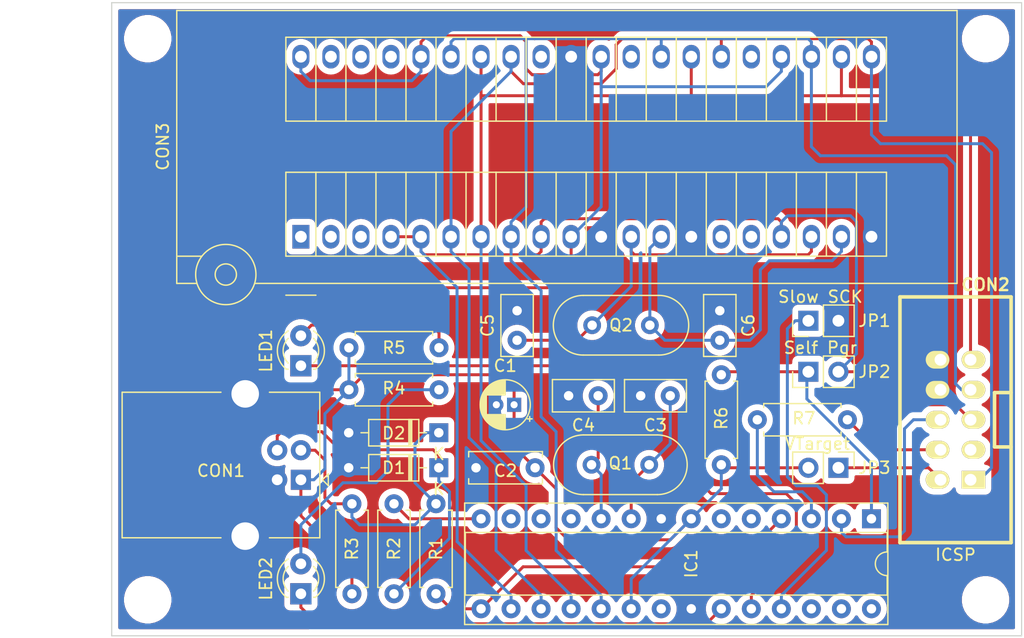
<source format=kicad_pcb>
(kicad_pcb (version 20171130) (host pcbnew 5.1.5)
  (title_block (title "USBasp - USB programmer for Atmel AVR controllers") (date 2020-04-01) (rev v01) (comment 2 creativecommons.org/licenses/by/4.0/) (comment 3 "License: CC BY 4.0") (comment 4 "Author: Bruno Alonso Leon Alata"))
  (layers (0 F.Cu signal) (31 B.Cu signal) (34 B.Paste user) (35 F.Paste user) (36 B.SilkS user) (37 F.SilkS user) (38 B.Mask user) (39 F.Mask user) (44 Edge.Cuts user))
  (net 0 "")
  (net 1 GND)
  (net 2 +5V)
  (net 3 "Net-(C3-Pad1)")
  (net 4 "Net-(C4-Pad1)")
  (net 5 OSC1)
  (net 6 OSC2)
  (net 7 "Net-(CON1-Pad3)")
  (net 8 "Net-(CON1-Pad2)")
  (net 9 MISO)
  (net 10 SCK)
  (net 11 "Net-(CON2-Pad6)")
  (net 12 RST)
  (net 13 "Net-(CON2-Pad4)")
  (net 14 "Net-(CON2-Pad3)")
  (net 15 "Net-(CON2-Pad2)")
  (net 16 MOSI)
  (net 17 "Net-(CON3-Pad39)")
  (net 18 "Net-(CON3-Pad38)")
  (net 19 "Net-(CON3-Pad37)")
  (net 20 "Net-(CON3-Pad16)")
  (net 21 "Net-(CON3-Pad15)")
  (net 22 "Net-(CON3-Pad32)")
  (net 23 "Net-(CON3-Pad29)")
  (net 24 "Net-(CON3-Pad25)")
  (net 25 "Net-(CON3-Pad3)")
  (net 26 "Net-(CON3-Pad2)")
  (net 27 "Net-(CON3-Pad1)")
  (net 28 "Net-(IC1-Pad28)")
  (net 29 "Net-(IC1-Pad14)")
  (net 30 "Net-(IC1-Pad27)")
  (net 31 "Net-(IC1-Pad13)")
  (net 32 "Net-(IC1-Pad26)")
  (net 33 "Net-(IC1-Pad12)")
  (net 34 "Net-(IC1-Pad25)")
  (net 35 "Net-(IC1-Pad11)")
  (net 36 "Net-(IC1-Pad24)")
  (net 37 "Net-(IC1-Pad23)")
  (net 38 "Net-(IC1-Pad21)")
  (net 39 "Net-(IC1-Pad6)")
  (net 40 "Net-(IC1-Pad5)")
  (net 41 "Net-(IC1-Pad15)")
  (net 42 "Net-(IC1-Pad3)")
  (net 43 "Net-(IC1-Pad1)")
  (net 44 "Net-(LED1-Pad2)")
  (net 45 "Net-(LED2-Pad2)")
  (module Connector_JTAG:vasch_strip_5x2 (layer F.Cu) (at 178.562 108.712 90)
    (fp_text reference CON2 (at 11.43 2.54 180) (layer F.SilkS) (effects (font (thickness 0.2032))))
    (fp_text value ICSP hide)
    (pad 6 thru_hole oval (at 0 -1.27 90) (size 1.5 2) (drill 1 (offset 0 -0.25)) (layers *.Cu *.Mask F.SilkS) (net 11 "Net-(CON2-Pad6)"))
    (pad 5 thru_hole oval (at 0 1.27 90) (size 1.5 2) (drill 1 (offset 0 0.25)) (layers *.Cu *.Mask F.SilkS) (net 12 RST))
    (pad 4 thru_hole oval (at -2.54 -1.27 90) (size 1.5 2) (drill 1 (offset 0 -0.25)) (layers *.Cu *.Mask F.SilkS) (net 13 "Net-(CON2-Pad4)"))
    (pad 3 thru_hole oval (at -2.54 1.27 90) (size 1.5 2) (drill 1 (offset 0 0.25)) (layers *.Cu *.Mask F.SilkS) (net 14 "Net-(CON2-Pad3)"))
    (pad 2 thru_hole oval (at -5.08 -1.27 90) (size 1.5 2) (drill 1 (offset 0 -0.25)) (layers *.Cu *.Mask F.SilkS) (net 15 "Net-(CON2-Pad2)"))
    (pad 1 thru_hole rect (at -5.08 1.27 90) (size 1.5 2) (drill 1 (offset 0 0.25)) (layers *.Cu *.Mask F.SilkS) (net 16 MOSI))
    (pad 7 thru_hole oval (at 2.54 1.27 90) (size 1.5 2) (drill 1 (offset 0 0.25)) (layers *.Cu *.Mask F.SilkS) (net 10 SCK))
    (pad 8 thru_hole oval (at 2.54 -1.27 90) (size 1.5 2) (drill 1 (offset 0 -0.25)) (layers *.Cu *.Mask F.SilkS) (net 1 GND))
    (pad 10 thru_hole oval (at 5.08 -1.27 90) (size 1.5 2) (drill 1 (offset 0 -0.25)) (layers *.Cu *.Mask F.SilkS) (net 1 GND))
    (pad 9 thru_hole oval (at 5.08 1.27 90) (size 1.5 2) (drill 1 (offset 0 0.25)) (layers *.Cu *.Mask F.SilkS) (net 9 MISO))
  )
  (module Package_DIP:DIP-28_W7.62mm_Socket (layer F.Cu) (at 171.45 117.094 270)
    (fp_text reference IC1 (at 3.81 15.24 90) (layer F.SilkS))
    (fp_text value ATmega8-16PU)
    (pad 28 thru_hole oval (at 7.62 0 270) (size 1.6 1.6) (drill 0.8) (layers *.Cu *.Mask) (net 28 "Net-(IC1-Pad28)"))
    (pad 14 thru_hole oval (at 0 33.02 270) (size 1.6 1.6) (drill 0.8) (layers *.Cu *.Mask) (net 29 "Net-(IC1-Pad14)"))
    (pad 27 thru_hole oval (at 7.62 2.54 270) (size 1.6 1.6) (drill 0.8) (layers *.Cu *.Mask) (net 30 "Net-(IC1-Pad27)"))
    (pad 13 thru_hole oval (at 0 30.48 270) (size 1.6 1.6) (drill 0.8) (layers *.Cu *.Mask) (net 31 "Net-(IC1-Pad13)"))
    (pad 26 thru_hole oval (at 7.62 5.08 270) (size 1.6 1.6) (drill 0.8) (layers *.Cu *.Mask) (net 32 "Net-(IC1-Pad26)"))
    (pad 12 thru_hole oval (at 0 27.94 270) (size 1.6 1.6) (drill 0.8) (layers *.Cu *.Mask) (net 33 "Net-(IC1-Pad12)"))
    (pad 25 thru_hole oval (at 7.62 7.62 270) (size 1.6 1.6) (drill 0.8) (layers *.Cu *.Mask) (net 34 "Net-(IC1-Pad25)"))
    (pad 11 thru_hole oval (at 0 25.4 270) (size 1.6 1.6) (drill 0.8) (layers *.Cu *.Mask) (net 35 "Net-(IC1-Pad11)"))
    (pad 24 thru_hole oval (at 7.62 10.16 270) (size 1.6 1.6) (drill 0.8) (layers *.Cu *.Mask) (net 36 "Net-(IC1-Pad24)"))
    (pad 10 thru_hole oval (at 0 22.86 270) (size 1.6 1.6) (drill 0.8) (layers *.Cu *.Mask) (net 4 "Net-(C4-Pad1)"))
    (pad 23 thru_hole oval (at 7.62 12.7 270) (size 1.6 1.6) (drill 0.8) (layers *.Cu *.Mask) (net 37 "Net-(IC1-Pad23)"))
    (pad 9 thru_hole oval (at 0 20.32 270) (size 1.6 1.6) (drill 0.8) (layers *.Cu *.Mask) (net 3 "Net-(C3-Pad1)"))
    (pad 22 thru_hole oval (at 7.62 15.24 270) (size 1.6 1.6) (drill 0.8) (layers *.Cu *.Mask) (net 1 GND))
    (pad 8 thru_hole oval (at 0 17.78 270) (size 1.6 1.6) (drill 0.8) (layers *.Cu *.Mask) (net 1 GND))
    (pad 21 thru_hole oval (at 7.62 17.78 270) (size 1.6 1.6) (drill 0.8) (layers *.Cu *.Mask) (net 38 "Net-(IC1-Pad21)"))
    (pad 7 thru_hole oval (at 0 15.24 270) (size 1.6 1.6) (drill 0.8) (layers *.Cu *.Mask) (net 2 +5V))
    (pad 20 thru_hole oval (at 7.62 20.32 270) (size 1.6 1.6) (drill 0.8) (layers *.Cu *.Mask) (net 2 +5V))
    (pad 6 thru_hole oval (at 0 12.7 270) (size 1.6 1.6) (drill 0.8) (layers *.Cu *.Mask) (net 39 "Net-(IC1-Pad6)"))
    (pad 19 thru_hole oval (at 7.62 22.86 270) (size 1.6 1.6) (drill 0.8) (layers *.Cu *.Mask) (net 10 SCK))
    (pad 5 thru_hole oval (at 0 10.16 270) (size 1.6 1.6) (drill 0.8) (layers *.Cu *.Mask) (net 40 "Net-(IC1-Pad5)"))
    (pad 18 thru_hole oval (at 7.62 25.4 270) (size 1.6 1.6) (drill 0.8) (layers *.Cu *.Mask) (net 9 MISO))
    (pad 4 thru_hole oval (at 0 7.62 270) (size 1.6 1.6) (drill 0.8) (layers *.Cu *.Mask) (net 41 "Net-(IC1-Pad15)"))
    (pad 17 thru_hole oval (at 7.62 27.94 270) (size 1.6 1.6) (drill 0.8) (layers *.Cu *.Mask) (net 16 MOSI))
    (pad 3 thru_hole oval (at 0 5.08 270) (size 1.6 1.6) (drill 0.8) (layers *.Cu *.Mask) (net 42 "Net-(IC1-Pad3)"))
    (pad 16 thru_hole oval (at 7.62 30.48 270) (size 1.6 1.6) (drill 0.8) (layers *.Cu *.Mask) (net 12 RST))
    (pad 2 thru_hole oval (at 0 2.54 270) (size 1.6 1.6) (drill 0.8) (layers *.Cu *.Mask) (net 11 "Net-(CON2-Pad6)"))
    (pad 15 thru_hole oval (at 7.62 33.02 270) (size 1.6 1.6) (drill 0.8) (layers *.Cu *.Mask) (net 41 "Net-(IC1-Pad15)"))
    (pad 1 thru_hole rect (at 0 0 270) (size 1.6 1.6) (drill 0.8) (layers *.Cu *.Mask) (net 43 "Net-(IC1-Pad1)"))
  )
  (module MountingHole:MountingHole_3mm (layer F.Cu) (at 181.102 123.952)
    (fp_text reference H4 hide)
    (fp_text value MountingHole hide)
    (pad 1 np_thru_hole circle (at 0 0) (size 3 3) (drill 3) (layers *.Cu *.Mask))
  )
  (module MountingHole:MountingHole_3mm (layer F.Cu) (at 110.236 123.952)
    (fp_text reference H3 hide)
    (fp_text value MountingHole hide)
    (pad 1 np_thru_hole circle (at 0 0) (size 3 3) (drill 3) (layers *.Cu *.Mask))
  )
  (module MountingHole:MountingHole_3mm (layer F.Cu) (at 181.102 76.454)
    (fp_text reference H2 hide)
    (fp_text value MountingHole hide)
    (pad 1 np_thru_hole circle (at 0 0) (size 3 3) (drill 3) (layers *.Cu *.Mask))
  )
  (module MountingHole:MountingHole_3mm (layer F.Cu) (at 110.236 76.454)
    (fp_text reference H1 hide)
    (fp_text value MountingHole hide)
    (pad 1 np_thru_hole circle (at 0 0) (size 3 3) (drill 3) (layers *.Cu *.Mask))
  )
  (module Resistor_THT:R_Axial_DIN0207_L6.3mm_D2.5mm_P7.62mm_Horizontal (layer F.Cu) (at 169.418 108.712 180)
    (fp_text reference R7 (at 3.683 0.127) (layer F.SilkS))
    (fp_text value 1K)
    (pad 2 thru_hole oval (at 7.62 0 180) (size 1.6 1.6) (drill 0.8) (layers *.Cu *.Mask) (net 42 "Net-(IC1-Pad3)"))
    (pad 1 thru_hole circle (at 0 0 180) (size 1.6 1.6) (drill 0.8) (layers *.Cu *.Mask) (net 13 "Net-(CON2-Pad4)"))
  )
  (module Resistor_THT:R_Axial_DIN0207_L6.3mm_D2.5mm_P7.62mm_Horizontal (layer F.Cu) (at 158.75 112.522 90)
    (fp_text reference R6 (at 3.937 0 90) (layer F.SilkS))
    (fp_text value 10K)
    (pad 2 thru_hole oval (at 7.62 0 90) (size 1.6 1.6) (drill 0.8) (layers *.Cu *.Mask) (net 43 "Net-(IC1-Pad1)"))
    (pad 1 thru_hole circle (at 0 0 90) (size 1.6 1.6) (drill 0.8) (layers *.Cu *.Mask) (net 2 +5V))
  )
  (module Resistor_THT:R_Axial_DIN0207_L6.3mm_D2.5mm_P7.62mm_Horizontal (layer F.Cu) (at 127.254 102.616)
    (fp_text reference R5 (at 3.81 0) (layer F.SilkS))
    (fp_text value 1K)
    (pad 2 thru_hole oval (at 7.62 0) (size 1.6 1.6) (drill 0.8) (layers *.Cu *.Mask) (net 44 "Net-(LED1-Pad2)"))
    (pad 1 thru_hole circle (at 0 0) (size 1.6 1.6) (drill 0.8) (layers *.Cu *.Mask) (net 2 +5V))
  )
  (module Resistor_THT:R_Axial_DIN0207_L6.3mm_D2.5mm_P7.62mm_Horizontal (layer F.Cu) (at 127.254 106.172)
    (fp_text reference R4 (at 3.81 -0.127) (layer F.SilkS))
    (fp_text value 1K)
    (pad 2 thru_hole oval (at 7.62 0) (size 1.6 1.6) (drill 0.8) (layers *.Cu *.Mask) (net 45 "Net-(LED2-Pad2)"))
    (pad 1 thru_hole circle (at 0 0) (size 1.6 1.6) (drill 0.8) (layers *.Cu *.Mask) (net 2 +5V))
  )
  (module Resistor_THT:R_Axial_DIN0207_L6.3mm_D2.5mm_P7.62mm_Horizontal (layer F.Cu) (at 127.508 123.444 90)
    (fp_text reference R3 (at 3.81 0 90) (layer F.SilkS))
    (fp_text value 2K2)
    (pad 2 thru_hole oval (at 7.62 0 90) (size 1.6 1.6) (drill 0.8) (layers *.Cu *.Mask) (net 8 "Net-(CON1-Pad2)"))
    (pad 1 thru_hole circle (at 0 0 90) (size 1.6 1.6) (drill 0.8) (layers *.Cu *.Mask) (net 2 +5V))
  )
  (module Resistor_THT:R_Axial_DIN0207_L6.3mm_D2.5mm_P7.62mm_Horizontal (layer F.Cu) (at 131.064 123.444 90)
    (fp_text reference R2 (at 3.81 0 90) (layer F.SilkS))
    (fp_text value 68)
    (pad 2 thru_hole oval (at 7.62 0 90) (size 1.6 1.6) (drill 0.8) (layers *.Cu *.Mask) (net 29 "Net-(IC1-Pad14)"))
    (pad 1 thru_hole circle (at 0 0 90) (size 1.6 1.6) (drill 0.8) (layers *.Cu *.Mask) (net 7 "Net-(CON1-Pad3)"))
  )
  (module Resistor_THT:R_Axial_DIN0207_L6.3mm_D2.5mm_P7.62mm_Horizontal (layer F.Cu) (at 134.62 115.824 270)
    (fp_text reference R1 (at 3.81 0 90) (layer F.SilkS))
    (fp_text value 68)
    (pad 2 thru_hole oval (at 7.62 0 270) (size 1.6 1.6) (drill 0.8) (layers *.Cu *.Mask) (net 41 "Net-(IC1-Pad15)"))
    (pad 1 thru_hole circle (at 0 0 270) (size 1.6 1.6) (drill 0.8) (layers *.Cu *.Mask) (net 8 "Net-(CON1-Pad2)"))
  )
  (module Crystal:Crystal_HC49-4H_Vertical (layer F.Cu) (at 147.828 100.711)
    (fp_text reference Q2 (at 2.44 0) (layer F.SilkS))
    (fp_text value 4MHz)
    (pad 2 thru_hole circle (at 4.88 0) (size 1.5 1.5) (drill 0.8) (layers *.Cu *.Mask) (net 6 OSC2))
    (pad 1 thru_hole circle (at 0 0) (size 1.5 1.5) (drill 0.8) (layers *.Cu *.Mask) (net 5 OSC1))
  )
  (module Crystal:Crystal_HC49-U_Vertical (layer F.Cu) (at 152.654 112.522 180)
    (fp_text reference Q1 (at 2.44 0.127) (layer F.SilkS))
    (fp_text value 12MHz)
    (pad 2 thru_hole circle (at 4.88 0 180) (size 1.5 1.5) (drill 0.8) (layers *.Cu *.Mask) (net 4 "Net-(C4-Pad1)"))
    (pad 1 thru_hole circle (at 0 0 180) (size 1.5 1.5) (drill 0.8) (layers *.Cu *.Mask) (net 3 "Net-(C3-Pad1)"))
  )
  (module LED_THT:LED_D3.0mm (layer F.Cu) (at 123.19 123.444 90)
    (fp_text reference LED2 (at 1.27 -2.96 90) (layer F.SilkS))
    (fp_text value red)
    (pad 2 thru_hole circle (at 2.54 0 90) (size 1.8 1.8) (drill 0.9) (layers *.Cu *.Mask) (net 45 "Net-(LED2-Pad2)"))
    (pad 1 thru_hole rect (at 0 0 90) (size 1.8 1.8) (drill 0.9) (layers *.Cu *.Mask) (net 37 "Net-(IC1-Pad23)"))
  )
  (module LED_THT:LED_D3.0mm (layer F.Cu) (at 123.19 104.14 90)
    (fp_text reference LED1 (at 1.27 -2.96 90) (layer F.SilkS))
    (fp_text value green)
    (pad 2 thru_hole circle (at 2.54 0 90) (size 1.8 1.8) (drill 0.9) (layers *.Cu *.Mask) (net 44 "Net-(LED1-Pad2)"))
    (pad 1 thru_hole rect (at 0 0 90) (size 1.8 1.8) (drill 0.9) (layers *.Cu *.Mask) (net 36 "Net-(IC1-Pad24)"))
  )
  (module Connector_PinHeader_2.54mm:PinHeader_1x02_P2.54mm_Vertical (layer F.Cu) (at 168.656 112.776 270)
    (fp_text reference JP3 (at 0 -3.048 180) (layer F.SilkS))
    (fp_text value VTarget)
    (pad 2 thru_hole oval (at 0 2.54 270) (size 1.7 1.7) (drill 1) (layers *.Cu *.Mask) (net 2 +5V))
    (pad 1 thru_hole rect (at 0 0 270) (size 1.7 1.7) (drill 1) (layers *.Cu *.Mask) (net 15 "Net-(CON2-Pad2)"))
  )
  (module Connector_PinHeader_2.54mm:PinHeader_1x02_P2.54mm_Vertical (layer F.Cu) (at 166.116 104.648 90)
    (fp_text reference JP2 (at 0 5.588 180) (layer F.SilkS))
    (fp_text value "Self programming")
    (pad 2 thru_hole oval (at 0 2.54 90) (size 1.7 1.7) (drill 1) (layers *.Cu *.Mask) (net 12 RST))
    (pad 1 thru_hole rect (at 0 0 90) (size 1.7 1.7) (drill 1) (layers *.Cu *.Mask) (net 43 "Net-(IC1-Pad1)"))
  )
  (module Connector_PinHeader_2.54mm:PinHeader_1x02_P2.54mm_Vertical (layer F.Cu) (at 166.116 100.33 90)
    (fp_text reference JP1 (at 0 5.588 180) (layer F.SilkS))
    (fp_text value "Slow SCK")
    (pad 2 thru_hole oval (at 0 2.54 90) (size 1.7 1.7) (drill 1) (layers *.Cu *.Mask) (net 1 GND))
    (pad 1 thru_hole rect (at 0 0 90) (size 1.7 1.7) (drill 1) (layers *.Cu *.Mask) (net 34 "Net-(IC1-Pad25)"))
  )
  (module Diode_THT:D_DO-35_SOD27_P7.62mm_Horizontal (layer F.Cu) (at 134.855 109.81 180)
    (fp_text reference D2 (at 3.81 -0.045) (layer F.SilkS))
    (fp_text value 3V6)
    (fp_text user K (at 0 -1.8) (layer F.SilkS))
    (pad 2 thru_hole oval (at 7.62 0 180) (size 1.6 1.6) (drill 0.8) (layers *.Cu *.Mask) (net 1 GND))
    (pad 1 thru_hole rect (at 0 0 180) (size 1.6 1.6) (drill 0.8) (layers *.Cu *.Mask) (net 8 "Net-(CON1-Pad2)"))
  )
  (module Diode_THT:D_DO-35_SOD27_P7.62mm_Horizontal (layer F.Cu) (at 134.855 112.776 180)
    (fp_text reference D1 (at 3.81 0) (layer F.SilkS))
    (fp_text value 3V6)
    (fp_text user K (at 0 -1.8) (layer F.SilkS))
    (pad 2 thru_hole oval (at 7.62 0 180) (size 1.6 1.6) (drill 0.8) (layers *.Cu *.Mask) (net 1 GND))
    (pad 1 thru_hole rect (at 0 0 180) (size 1.6 1.6) (drill 0.8) (layers *.Cu *.Mask) (net 7 "Net-(CON1-Pad3)"))
  )
  (module Socket:3M_Textool_240-1288-00-0602J_2x20_P2.54mm (layer F.Cu) (at 123.19 93.218 90)
    (fp_text reference CON3 (at 7.62 -11.68 90) (layer F.SilkS))
    (fp_text value "ZIF Socket")
    (pad 40 thru_hole oval (at 15.24 0 90) (size 2 1.44) (drill 1) (layers *.Cu *.Mask) (net 2 +5V))
    (pad 20 thru_hole oval (at 0 48.26 90) (size 2 1.44) (drill 1) (layers *.Cu *.Mask) (net 1 GND))
    (pad 39 thru_hole oval (at 15.24 2.54 90) (size 2 1.44) (drill 1) (layers *.Cu *.Mask) (net 17 "Net-(CON3-Pad39)"))
    (pad 19 thru_hole oval (at 0 45.72 90) (size 2 1.44) (drill 1) (layers *.Cu *.Mask) (net 6 OSC2))
    (pad 38 thru_hole oval (at 15.24 5.08 90) (size 2 1.44) (drill 1) (layers *.Cu *.Mask) (net 18 "Net-(CON3-Pad38)"))
    (pad 18 thru_hole oval (at 0 43.18 90) (size 2 1.44) (drill 1) (layers *.Cu *.Mask) (net 5 OSC1))
    (pad 37 thru_hole oval (at 15.24 7.62 90) (size 2 1.44) (drill 1) (layers *.Cu *.Mask) (net 19 "Net-(CON3-Pad37)"))
    (pad 17 thru_hole oval (at 0 40.64 90) (size 2 1.44) (drill 1) (layers *.Cu *.Mask) (net 12 RST))
    (pad 36 thru_hole oval (at 15.24 10.16 90) (size 2 1.44) (drill 1) (layers *.Cu *.Mask) (net 2 +5V))
    (pad 16 thru_hole oval (at 0 38.1 90) (size 2 1.44) (drill 1) (layers *.Cu *.Mask) (net 20 "Net-(CON3-Pad16)"))
    (pad 35 thru_hole oval (at 15.24 12.7 90) (size 2 1.44) (drill 1) (layers *.Cu *.Mask) (net 10 SCK))
    (pad 15 thru_hole oval (at 0 35.56 90) (size 2 1.44) (drill 1) (layers *.Cu *.Mask) (net 21 "Net-(CON3-Pad15)"))
    (pad 34 thru_hole oval (at 15.24 15.24 90) (size 2 1.44) (drill 1) (layers *.Cu *.Mask) (net 9 MISO))
    (pad 14 thru_hole oval (at 0 33.02 90) (size 2 1.44) (drill 1) (layers *.Cu *.Mask) (net 1 GND))
    (pad 33 thru_hole oval (at 15.24 17.78 90) (size 2 1.44) (drill 1) (layers *.Cu *.Mask) (net 16 MOSI))
    (pad 13 thru_hole oval (at 0 30.48 90) (size 2 1.44) (drill 1) (layers *.Cu *.Mask) (net 6 OSC2))
    (pad 32 thru_hole oval (at 15.24 20.32 90) (size 2 1.44) (drill 1) (layers *.Cu *.Mask) (net 22 "Net-(CON3-Pad32)"))
    (pad 12 thru_hole oval (at 0 27.94 90) (size 2 1.44) (drill 1) (layers *.Cu *.Mask) (net 5 OSC1))
    (pad 31 thru_hole oval (at 15.24 22.86 90) (size 2 1.44) (drill 1) (layers *.Cu *.Mask) (net 1 GND))
    (pad 11 thru_hole oval (at 0 25.4 90) (size 2 1.44) (drill 1) (layers *.Cu *.Mask) (net 1 GND))
    (pad 30 thru_hole oval (at 15.24 25.4 90) (size 2 1.44) (drill 1) (layers *.Cu *.Mask) (net 2 +5V))
    (pad 10 thru_hole oval (at 0 22.86 90) (size 2 1.44) (drill 1) (layers *.Cu *.Mask) (net 2 +5V))
    (pad 29 thru_hole oval (at 15.24 27.94 90) (size 2 1.44) (drill 1) (layers *.Cu *.Mask) (net 23 "Net-(CON3-Pad29)"))
    (pad 9 thru_hole oval (at 0 20.32 90) (size 2 1.44) (drill 1) (layers *.Cu *.Mask) (net 12 RST))
    (pad 28 thru_hole oval (at 15.24 30.48 90) (size 2 1.44) (drill 1) (layers *.Cu *.Mask) (net 10 SCK))
    (pad 8 thru_hole oval (at 0 17.78 90) (size 2 1.44) (drill 1) (layers *.Cu *.Mask) (net 10 SCK))
    (pad 27 thru_hole oval (at 15.24 33.02 90) (size 2 1.44) (drill 1) (layers *.Cu *.Mask) (net 9 MISO))
    (pad 7 thru_hole oval (at 0 15.24 90) (size 2 1.44) (drill 1) (layers *.Cu *.Mask) (net 9 MISO))
    (pad 26 thru_hole oval (at 15.24 35.56 90) (size 2 1.44) (drill 1) (layers *.Cu *.Mask) (net 16 MOSI))
    (pad 6 thru_hole oval (at 0 12.7 90) (size 2 1.44) (drill 1) (layers *.Cu *.Mask) (net 16 MOSI))
    (pad 25 thru_hole oval (at 15.24 38.1 90) (size 2 1.44) (drill 1) (layers *.Cu *.Mask) (net 24 "Net-(CON3-Pad25)"))
    (pad 5 thru_hole oval (at 0 10.16 90) (size 2 1.44) (drill 1) (layers *.Cu *.Mask) (net 12 RST))
    (pad 24 thru_hole oval (at 15.24 40.64 90) (size 2 1.44) (drill 1) (layers *.Cu *.Mask) (net 2 +5V))
    (pad 4 thru_hole oval (at 0 7.62 90) (size 2 1.44) (drill 1) (layers *.Cu *.Mask) (net 12 RST))
    (pad 23 thru_hole oval (at 15.24 43.18 90) (size 2 1.44) (drill 1) (layers *.Cu *.Mask) (net 10 SCK))
    (pad 3 thru_hole oval (at 0 5.08 90) (size 2 1.44) (drill 1) (layers *.Cu *.Mask) (net 25 "Net-(CON3-Pad3)"))
    (pad 22 thru_hole oval (at 15.24 45.72 90) (size 2 1.44) (drill 1) (layers *.Cu *.Mask) (net 9 MISO))
    (pad 2 thru_hole oval (at 0 2.54 90) (size 2 1.44) (drill 1) (layers *.Cu *.Mask) (net 26 "Net-(CON3-Pad2)"))
    (pad 21 thru_hole oval (at 15.24 48.26 90) (size 2 1.44) (drill 1) (layers *.Cu *.Mask) (net 16 MOSI))
    (pad 1 thru_hole rect (at 0 0 90) (size 2 1.44) (drill 1) (layers *.Cu *.Mask) (net 27 "Net-(CON3-Pad1)"))
  )
  (module Connector_USB:USB_B_OST_USB-B1HSxx_Horizontal (layer F.Cu) (at 123.19 113.792 180)
    (fp_text reference CON1 (at 6.76 0.762) (layer F.SilkS))
    (fp_text value USB-B)
    (pad 5 thru_hole circle (at 4.71 7.27 180) (size 3.5 3.5) (drill 2.33) (layers *.Cu *.Mask) (net 1 GND))
    (pad 5 thru_hole circle (at 4.71 -4.77 180) (size 3.5 3.5) (drill 2.33) (layers *.Cu *.Mask) (net 1 GND))
    (pad 4 thru_hole circle (at 2 0 180) (size 1.7 1.7) (drill 0.92) (layers *.Cu *.Mask) (net 1 GND))
    (pad 3 thru_hole circle (at 2 2.5 180) (size 1.7 1.7) (drill 0.92) (layers *.Cu *.Mask) (net 7 "Net-(CON1-Pad3)"))
    (pad 2 thru_hole circle (at 0 2.5 180) (size 1.7 1.7) (drill 0.92) (layers *.Cu *.Mask) (net 8 "Net-(CON1-Pad2)"))
    (pad 1 thru_hole rect (at 0 0 180) (size 1.7 1.7) (drill 0.92) (layers *.Cu *.Mask) (net 2 +5V))
  )
  (module Capacitor_THT:C_Disc_D5.0mm_W2.5mm_P2.50mm (layer F.Cu) (at 158.623 101.981 90)
    (fp_text reference C6 (at 1.25 2.413 90) (layer F.SilkS))
    (fp_text value 22p)
    (pad 2 thru_hole circle (at 2.5 0 90) (size 1.6 1.6) (drill 0.8) (layers *.Cu *.Mask) (net 1 GND))
    (pad 1 thru_hole circle (at 0 0 90) (size 1.6 1.6) (drill 0.8) (layers *.Cu *.Mask) (net 6 OSC2))
  )
  (module Capacitor_THT:C_Disc_D5.0mm_W2.5mm_P2.50mm (layer F.Cu) (at 141.478 101.981 90)
    (fp_text reference C5 (at 1.25 -2.5 90) (layer F.SilkS))
    (fp_text value 22p)
    (pad 2 thru_hole circle (at 2.5 0 90) (size 1.6 1.6) (drill 0.8) (layers *.Cu *.Mask) (net 1 GND))
    (pad 1 thru_hole circle (at 0 0 90) (size 1.6 1.6) (drill 0.8) (layers *.Cu *.Mask) (net 5 OSC1))
  )
  (module Capacitor_THT:C_Disc_D5.0mm_W2.5mm_P2.50mm (layer F.Cu) (at 148.336 106.68 180)
    (fp_text reference C4 (at 1.25 -2.5) (layer F.SilkS))
    (fp_text value 22p)
    (pad 2 thru_hole circle (at 2.5 0 180) (size 1.6 1.6) (drill 0.8) (layers *.Cu *.Mask) (net 1 GND))
    (pad 1 thru_hole circle (at 0 0 180) (size 1.6 1.6) (drill 0.8) (layers *.Cu *.Mask) (net 4 "Net-(C4-Pad1)"))
  )
  (module Capacitor_THT:C_Disc_D5.0mm_W2.5mm_P2.50mm (layer F.Cu) (at 154.432 106.68 180)
    (fp_text reference C3 (at 1.25 -2.5) (layer F.SilkS))
    (fp_text value 22p)
    (pad 2 thru_hole circle (at 2.5 0 180) (size 1.6 1.6) (drill 0.8) (layers *.Cu *.Mask) (net 1 GND))
    (pad 1 thru_hole circle (at 0 0 180) (size 1.6 1.6) (drill 0.8) (layers *.Cu *.Mask) (net 3 "Net-(C3-Pad1)"))
  )
  (module Capacitor_THT:C_Disc_D6.0mm_W2.5mm_P5.00mm (layer F.Cu) (at 143.002 112.776 180)
    (fp_text reference C2 (at 2.5 -0.254) (layer F.SilkS))
    (fp_text value 100n)
    (pad 2 thru_hole circle (at 5 0 180) (size 1.6 1.6) (drill 0.8) (layers *.Cu *.Mask) (net 1 GND))
    (pad 1 thru_hole circle (at 0 0 180) (size 1.6 1.6) (drill 0.8) (layers *.Cu *.Mask) (net 2 +5V))
  )
  (module Capacitor_THT:CP_Radial_D4.0mm_P1.50mm (layer F.Cu) (at 141.224 107.442 180)
    (fp_text reference C1 (at 0.75 3.302) (layer F.SilkS))
    (fp_text value 4.7u)
    (pad 2 thru_hole circle (at 1.5 0 180) (size 1.2 1.2) (drill 0.6) (layers *.Cu *.Mask) (net 1 GND))
    (pad 1 thru_hole rect (at 0 0 180) (size 1.2 1.2) (drill 0.6) (layers *.Cu *.Mask) (net 2 +5V))
  )
  (gr_text ICSP (at 178.562 120.142) (layer F.SilkS) (effects (font (size 1 1))))
  (gr_text VTarget (at 166.878 110.744) (layer F.SilkS) (effects (font (size 1 1))))
  (gr_text "Self Pgr" (at 167.132 102.616) (layer F.SilkS) (effects (font (size 1 1))))
  (gr_text "Slow SCK" (at 167.132 98.298) (layer F.SilkS) (effects (font (size 1 1))))
  (gr_line (start 184.15 73.406) (end 184.15 127) (layer Edge.Cuts) (width 0.1))
  (gr_line (start 107.188 73.406) (end 184.15 73.406) (layer Edge.Cuts) (width 0.1))
  (gr_line (start 107.188 127) (end 107.188 73.406) (layer Edge.Cuts) (width 0.1))
  (gr_line (start 184.15 127) (end 107.188 127) (layer Edge.Cuts) (width 0.1))
  (segment (start 121.19 113.9673) (end 121.19 113.792) (width 0.25) (layer B.Cu) (net 1))
  (segment (start 158.623 99.481) (end 158.9493 99.1547) (width 0.25) (layer F.Cu) (net 1))
  (segment (start 141.478 99.481) (end 141.5841 99.481) (width 0.25) (layer F.Cu) (net 1))
  (segment (start 139.724 107.442) (end 139.724 107.275) (width 0.25) (layer F.Cu) (net 1))
  (segment (start 133.35 77.978) (end 133.8727 77.978) (width 0.25) (layer F.Cu) (net 2))
  (segment (start 143.38 112.776) (end 143.002 112.776) (width 0.25) (layer B.Cu) (net 2))
  (segment (start 141.224 107.442) (end 141.224 107.6969) (width 0.25) (layer B.Cu) (net 2))
  (segment (start 165.862 112.522) (end 166.116 112.776) (width 0.254) (layer B.Cu) (net 2))
  (segment (start 159.004 112.776) (end 158.75 112.522) (width 0.25) (layer F.Cu) (net 2))
  (segment (start 166.116 112.776) (end 159.004 112.776) (width 0.25) (layer F.Cu) (net 2))
  (segment (start 127.254 102.616) (end 127.254 106.172) (width 0.25) (layer B.Cu) (net 2))
  (segment (start 127.508 123.444) (end 127.508 121.158) (width 0.25) (layer F.Cu) (net 2))
  (segment (start 123.19 116.84) (end 123.19 113.792) (width 0.25) (layer F.Cu) (net 2))
  (segment (start 127.508 121.158) (end 123.19 116.84) (width 0.25) (layer F.Cu) (net 2))
  (segment (start 124.29 113.792) (end 125.222 112.86) (width 0.25) (layer B.Cu) (net 2))
  (segment (start 123.19 113.792) (end 124.29 113.792) (width 0.25) (layer B.Cu) (net 2))
  (segment (start 125.222 108.204) (end 127.254 106.172) (width 0.25) (layer B.Cu) (net 2))
  (segment (start 125.222 112.86) (end 125.222 108.204) (width 0.25) (layer B.Cu) (net 2))
  (segment (start 127.254 106.172) (end 128.524 104.902) (width 0.25) (layer F.Cu) (net 2))
  (segment (start 128.524 104.902) (end 140.462 104.902) (width 0.25) (layer F.Cu) (net 2))
  (segment (start 141.224 105.664) (end 141.224 107.442) (width 0.25) (layer F.Cu) (net 2))
  (segment (start 140.462 104.902) (end 141.224 105.664) (width 0.25) (layer F.Cu) (net 2))
  (segment (start 156.21 117.094) (end 151.13 122.174) (width 0.25) (layer B.Cu) (net 2))
  (segment (start 151.13 122.174) (end 151.13 124.714) (width 0.25) (layer B.Cu) (net 2))
  (segment (start 158.75 114.554) (end 156.21 117.094) (width 0.25) (layer B.Cu) (net 2))
  (segment (start 158.75 112.522) (end 158.75 114.554) (width 0.25) (layer B.Cu) (net 2))
  (segment (start 123.19 79.228) (end 123.972 80.01) (width 0.25) (layer B.Cu) (net 2))
  (segment (start 123.19 77.978) (end 123.19 79.228) (width 0.25) (layer B.Cu) (net 2))
  (segment (start 133.35 79.228) (end 133.35 77.978) (width 0.25) (layer B.Cu) (net 2))
  (segment (start 132.568 80.01) (end 133.35 79.228) (width 0.25) (layer B.Cu) (net 2))
  (segment (start 123.972 80.01) (end 132.568 80.01) (width 0.25) (layer B.Cu) (net 2))
  (segment (start 148.59 90.678) (end 146.05 93.218) (width 0.25) (layer B.Cu) (net 2))
  (segment (start 162.54 80.518) (end 148.59 80.518) (width 0.25) (layer B.Cu) (net 2))
  (segment (start 163.83 77.978) (end 163.83 79.228) (width 0.25) (layer B.Cu) (net 2))
  (segment (start 148.59 77.978) (end 148.59 80.518) (width 0.25) (layer B.Cu) (net 2))
  (segment (start 163.83 79.228) (end 162.54 80.518) (width 0.25) (layer B.Cu) (net 2))
  (segment (start 148.59 80.518) (end 148.59 90.678) (width 0.25) (layer B.Cu) (net 2))
  (segment (start 148.59 79.228) (end 148.316 79.502) (width 0.25) (layer F.Cu) (net 2))
  (segment (start 148.59 77.978) (end 148.59 79.228) (width 0.25) (layer F.Cu) (net 2))
  (segment (start 148.316 79.502) (end 142.748 79.502) (width 0.25) (layer F.Cu) (net 2))
  (segment (start 142.748 79.502) (end 142.24 78.994) (width 0.25) (layer F.Cu) (net 2))
  (segment (start 142.24 78.994) (end 142.24 76.708) (width 0.25) (layer F.Cu) (net 2))
  (segment (start 142.24 76.708) (end 141.732 76.2) (width 0.25) (layer F.Cu) (net 2))
  (segment (start 133.35 76.728) (end 133.35 77.978) (width 0.25) (layer F.Cu) (net 2))
  (segment (start 133.878 76.2) (end 133.35 76.728) (width 0.25) (layer F.Cu) (net 2))
  (segment (start 141.732 76.2) (end 133.878 76.2) (width 0.25) (layer F.Cu) (net 2))
  (segment (start 141.224 110.998) (end 141.224 107.442) (width 0.25) (layer F.Cu) (net 2))
  (segment (start 143.002 112.776) (end 141.224 110.998) (width 0.25) (layer F.Cu) (net 2))
  (segment (start 146.05 93.218) (end 146.05 95.504) (width 0.25) (layer F.Cu) (net 2))
  (segment (start 146.05 95.504) (end 144.018 97.536) (width 0.25) (layer F.Cu) (net 2))
  (segment (start 144.018 97.536) (end 122.174 97.536) (width 0.25) (layer F.Cu) (net 2))
  (segment (start 122.174 97.536) (end 121.158 98.552) (width 0.25) (layer F.Cu) (net 2))
  (segment (start 121.158 98.552) (end 121.158 105.664) (width 0.25) (layer F.Cu) (net 2))
  (segment (start 121.666 106.172) (end 127.254 106.172) (width 0.25) (layer F.Cu) (net 2))
  (segment (start 121.158 105.664) (end 121.666 106.172) (width 0.25) (layer F.Cu) (net 2))
  (segment (start 143.002 112.776) (end 144.78 114.554) (width 0.25) (layer F.Cu) (net 2))
  (segment (start 144.78 114.554) (end 144.78 117.856) (width 0.25) (layer F.Cu) (net 2))
  (segment (start 144.78 117.856) (end 145.796 118.872) (width 0.25) (layer F.Cu) (net 2))
  (segment (start 154.432 118.872) (end 156.21 117.094) (width 0.25) (layer F.Cu) (net 2))
  (segment (start 145.796 118.872) (end 154.432 118.872) (width 0.25) (layer F.Cu) (net 2))
  (segment (start 154.432 106.68) (end 154.432 110.744) (width 0.25) (layer B.Cu) (net 3))
  (segment (start 154.432 110.744) (end 152.654 112.522) (width 0.25) (layer B.Cu) (net 3))
  (segment (start 152.654 112.522) (end 151.13 114.046) (width 0.25) (layer F.Cu) (net 3))
  (segment (start 151.13 114.046) (end 151.13 117.094) (width 0.25) (layer F.Cu) (net 3))
  (segment (start 147.774 112.522) (end 148.59 113.338) (width 0.25) (layer B.Cu) (net 4))
  (segment (start 148.59 113.338) (end 148.59 117.094) (width 0.25) (layer B.Cu) (net 4))
  (segment (start 148.336 111.96) (end 147.774 112.522) (width 0.25) (layer F.Cu) (net 4))
  (segment (start 148.336 106.68) (end 148.336 111.96) (width 0.25) (layer F.Cu) (net 4))
  (segment (start 151.13 93.218) (end 151.13 97.409) (width 0.25) (layer B.Cu) (net 5))
  (segment (start 151.13 97.409) (end 147.828 100.711) (width 0.25) (layer B.Cu) (net 5))
  (segment (start 146.558 101.981) (end 147.828 100.711) (width 0.25) (layer F.Cu) (net 5))
  (segment (start 141.478 101.981) (end 146.558 101.981) (width 0.25) (layer F.Cu) (net 5))
  (segment (start 166.37 94.468) (end 166.096 94.742) (width 0.25) (layer F.Cu) (net 5))
  (segment (start 166.37 93.218) (end 166.37 94.468) (width 0.25) (layer F.Cu) (net 5))
  (segment (start 151.13 94.468) (end 151.13 93.218) (width 0.25) (layer F.Cu) (net 5))
  (segment (start 151.404 94.742) (end 151.13 94.468) (width 0.25) (layer F.Cu) (net 5))
  (segment (start 166.096 94.742) (end 151.404 94.742) (width 0.25) (layer F.Cu) (net 5))
  (segment (start 168.91 93.218) (end 168.91 92.938) (width 0.254) (layer B.Cu) (net 6))
  (segment (start 153.978 101.981) (end 152.708 100.711) (width 0.25) (layer B.Cu) (net 6))
  (segment (start 158.623 101.981) (end 153.978 101.981) (width 0.25) (layer B.Cu) (net 6))
  (segment (start 152.708 94.18) (end 153.67 93.218) (width 0.25) (layer B.Cu) (net 6))
  (segment (start 152.708 100.711) (end 152.708 94.18) (width 0.25) (layer B.Cu) (net 6))
  (segment (start 168.91 94.468) (end 168.128 95.25) (width 0.25) (layer B.Cu) (net 6))
  (segment (start 168.91 93.218) (end 168.91 94.468) (width 0.25) (layer B.Cu) (net 6))
  (segment (start 168.128 95.25) (end 162.814 95.25) (width 0.25) (layer B.Cu) (net 6))
  (segment (start 162.814 95.25) (end 162.052 96.012) (width 0.25) (layer B.Cu) (net 6))
  (segment (start 162.052 96.012) (end 162.052 101.092) (width 0.25) (layer B.Cu) (net 6))
  (segment (start 161.163 101.981) (end 158.623 101.981) (width 0.25) (layer B.Cu) (net 6))
  (segment (start 162.052 101.092) (end 161.163 101.981) (width 0.25) (layer B.Cu) (net 6))
  (segment (start 134.855 112.776) (end 134.855 113.9013) (width 0.25) (layer B.Cu) (net 7))
  (segment (start 134.855 113.9013) (end 135.7603 114.8066) (width 0.25) (layer B.Cu) (net 7))
  (segment (start 135.7603 114.8066) (end 135.7603 118.7477) (width 0.25) (layer B.Cu) (net 7))
  (segment (start 135.7603 118.7477) (end 131.064 123.444) (width 0.25) (layer B.Cu) (net 7))
  (segment (start 121.19 110.089919) (end 121.551919 109.728) (width 0.25) (layer F.Cu) (net 7))
  (segment (start 121.19 111.292) (end 121.19 110.089919) (width 0.25) (layer F.Cu) (net 7))
  (segment (start 121.551919 109.728) (end 124.968 109.728) (width 0.25) (layer F.Cu) (net 7))
  (segment (start 124.968 109.728) (end 126.492 111.252) (width 0.25) (layer F.Cu) (net 7))
  (segment (start 134.855 111.726) (end 134.855 112.776) (width 0.25) (layer F.Cu) (net 7))
  (segment (start 134.381 111.252) (end 134.855 111.726) (width 0.25) (layer F.Cu) (net 7))
  (segment (start 126.492 111.252) (end 134.381 111.252) (width 0.25) (layer F.Cu) (net 7))
  (segment (start 124.392081 111.292) (end 125.222 112.121919) (width 0.25) (layer F.Cu) (net 8))
  (segment (start 123.19 111.292) (end 124.392081 111.292) (width 0.25) (layer F.Cu) (net 8))
  (segment (start 125.222 112.121919) (end 125.222 115.316) (width 0.25) (layer F.Cu) (net 8))
  (segment (start 125.73 115.824) (end 127.508 115.824) (width 0.25) (layer F.Cu) (net 8))
  (segment (start 125.222 115.316) (end 125.73 115.824) (width 0.25) (layer F.Cu) (net 8))
  (segment (start 134.62 115.824) (end 132.842 114.046) (width 0.25) (layer B.Cu) (net 8))
  (segment (start 133.805 109.81) (end 134.855 109.81) (width 0.25) (layer B.Cu) (net 8))
  (segment (start 132.842 110.773) (end 133.805 109.81) (width 0.25) (layer B.Cu) (net 8))
  (segment (start 132.842 114.046) (end 132.842 110.773) (width 0.25) (layer B.Cu) (net 8))
  (segment (start 127.508 116.95537) (end 128.15463 117.602) (width 0.25) (layer B.Cu) (net 8))
  (segment (start 127.508 115.824) (end 127.508 116.95537) (width 0.25) (layer B.Cu) (net 8))
  (segment (start 132.842 117.602) (end 134.62 115.824) (width 0.25) (layer B.Cu) (net 8))
  (segment (start 128.15463 117.602) (end 132.842 117.602) (width 0.25) (layer B.Cu) (net 8))
  (segment (start 138.43 93.218) (end 138.43 91.968) (width 0.25) (layer F.Cu) (net 9))
  (segment (start 138.43 80.01) (end 138.43 77.978) (width 0.25) (layer F.Cu) (net 9))
  (segment (start 179.832 103.632) (end 179.832 82.042) (width 0.25) (layer F.Cu) (net 9))
  (segment (start 179.832 82.042) (end 179.07 81.28) (width 0.25) (layer F.Cu) (net 9))
  (segment (start 138.43 91.968) (end 138.43 81.28) (width 0.25) (layer F.Cu) (net 9))
  (segment (start 138.43 81.28) (end 138.43 80.01) (width 0.25) (layer F.Cu) (net 9))
  (segment (start 156.21 77.978) (end 156.21 81.28) (width 0.25) (layer F.Cu) (net 9))
  (segment (start 156.21 81.28) (end 138.43 81.28) (width 0.25) (layer F.Cu) (net 9))
  (segment (start 168.91 77.978) (end 168.91 81.28) (width 0.25) (layer F.Cu) (net 9))
  (segment (start 179.07 81.28) (end 168.91 81.28) (width 0.25) (layer F.Cu) (net 9))
  (segment (start 168.91 81.28) (end 156.21 81.28) (width 0.25) (layer F.Cu) (net 9))
  (segment (start 146.05 123.5887) (end 146.05 124.714) (width 0.25) (layer B.Cu) (net 9))
  (segment (start 142.24 119.7787) (end 146.05 123.5887) (width 0.25) (layer B.Cu) (net 9))
  (segment (start 142.24 114.2904) (end 142.24 119.7787) (width 0.25) (layer B.Cu) (net 9))
  (segment (start 142.24 114.2904) (end 138.43 110.4804) (width 0.25) (layer B.Cu) (net 9))
  (segment (start 138.43 106.934) (end 138.43 93.218) (width 0.25) (layer B.Cu) (net 9))
  (segment (start 138.43 110.4804) (end 138.43 106.934) (width 0.25) (layer B.Cu) (net 9))
  (segment (start 148.59 123.5887) (end 144.78 119.7787) (width 0.25) (layer B.Cu) (net 10))
  (segment (start 148.59 124.714) (end 148.59 123.5887) (width 0.25) (layer B.Cu) (net 10))
  (segment (start 135.89 76.728) (end 136.164 76.454) (width 0.25) (layer B.Cu) (net 10))
  (segment (start 135.89 77.978) (end 135.89 76.728) (width 0.25) (layer B.Cu) (net 10))
  (segment (start 153.67 77.978) (end 153.67 76.454) (width 0.25) (layer B.Cu) (net 10))
  (segment (start 142.24 90.698) (end 142.24 76.454) (width 0.25) (layer B.Cu) (net 10))
  (segment (start 140.97 91.968) (end 142.24 90.698) (width 0.25) (layer B.Cu) (net 10))
  (segment (start 140.97 93.218) (end 140.97 91.968) (width 0.25) (layer B.Cu) (net 10))
  (segment (start 136.164 76.454) (end 142.24 76.454) (width 0.25) (layer B.Cu) (net 10))
  (segment (start 142.24 76.454) (end 153.67 76.454) (width 0.25) (layer B.Cu) (net 10))
  (segment (start 179.07 106.172) (end 178.562 105.664) (width 0.25) (layer B.Cu) (net 10))
  (segment (start 179.832 106.172) (end 179.07 106.172) (width 0.25) (layer B.Cu) (net 10))
  (segment (start 178.562 105.664) (end 178.562 87.122) (width 0.25) (layer B.Cu) (net 10))
  (segment (start 178.562 87.122) (end 177.8 86.36) (width 0.25) (layer B.Cu) (net 10))
  (segment (start 177.8 86.36) (end 167.132 86.36) (width 0.25) (layer B.Cu) (net 10))
  (segment (start 166.37 85.598) (end 166.37 77.978) (width 0.25) (layer B.Cu) (net 10))
  (segment (start 167.132 86.36) (end 166.37 85.598) (width 0.25) (layer B.Cu) (net 10))
  (segment (start 166.37 76.728) (end 166.37 77.978) (width 0.25) (layer B.Cu) (net 10))
  (segment (start 153.67 76.454) (end 166.096 76.454) (width 0.25) (layer B.Cu) (net 10))
  (segment (start 166.096 76.454) (end 166.37 76.728) (width 0.25) (layer B.Cu) (net 10))
  (segment (start 144.78 119.7787) (end 144.78 109.728) (width 0.25) (layer B.Cu) (net 10))
  (segment (start 144.78 109.728) (end 143.51 108.458) (width 0.25) (layer B.Cu) (net 10))
  (segment (start 143.51 108.458) (end 143.51 97.79) (width 0.25) (layer B.Cu) (net 10))
  (segment (start 140.97 95.25) (end 140.97 93.218) (width 0.25) (layer B.Cu) (net 10))
  (segment (start 143.51 97.79) (end 140.97 95.25) (width 0.25) (layer B.Cu) (net 10))
  (segment (start 168.91 118.22537) (end 169.30263 118.618) (width 0.25) (layer B.Cu) (net 11))
  (segment (start 168.91 117.094) (end 168.91 118.22537) (width 0.25) (layer B.Cu) (net 11))
  (segment (start 169.30263 118.618) (end 173.736 118.618) (width 0.25) (layer B.Cu) (net 11))
  (segment (start 173.736 118.618) (end 174.244 118.11) (width 0.25) (layer B.Cu) (net 11))
  (segment (start 174.244 118.11) (end 174.244 109.474) (width 0.25) (layer B.Cu) (net 11))
  (segment (start 175.006 108.712) (end 177.292 108.712) (width 0.25) (layer B.Cu) (net 11))
  (segment (start 174.244 109.474) (end 175.006 108.712) (width 0.25) (layer B.Cu) (net 11))
  (segment (start 136.409 119.0277) (end 140.97 123.5887) (width 0.25) (layer B.Cu) (net 12))
  (segment (start 140.97 124.714) (end 140.97 123.5887) (width 0.25) (layer B.Cu) (net 12))
  (segment (start 168.656 104.648) (end 172.212 104.648) (width 0.25) (layer F.Cu) (net 12))
  (segment (start 172.212 104.648) (end 175.006 107.442) (width 0.25) (layer F.Cu) (net 12))
  (segment (start 178.562 107.442) (end 179.832 108.712) (width 0.25) (layer F.Cu) (net 12))
  (segment (start 175.006 107.442) (end 178.562 107.442) (width 0.25) (layer F.Cu) (net 12))
  (segment (start 130.81 93.218) (end 133.35 93.218) (width 0.25) (layer F.Cu) (net 12))
  (segment (start 143.51 94.468) (end 143.236 94.742) (width 0.25) (layer F.Cu) (net 12))
  (segment (start 143.51 93.218) (end 143.51 94.468) (width 0.25) (layer F.Cu) (net 12))
  (segment (start 133.35 94.468) (end 133.35 93.218) (width 0.25) (layer F.Cu) (net 12))
  (segment (start 133.624 94.742) (end 133.35 94.468) (width 0.25) (layer F.Cu) (net 12))
  (segment (start 143.236 94.742) (end 133.624 94.742) (width 0.25) (layer F.Cu) (net 12))
  (segment (start 143.51 91.968) (end 143.784 91.694) (width 0.25) (layer F.Cu) (net 12))
  (segment (start 143.51 93.218) (end 143.51 91.968) (width 0.25) (layer F.Cu) (net 12))
  (segment (start 163.556 91.694) (end 163.83 91.968) (width 0.25) (layer F.Cu) (net 12))
  (segment (start 163.83 91.968) (end 163.83 93.218) (width 0.25) (layer F.Cu) (net 12))
  (segment (start 143.784 91.694) (end 163.556 91.694) (width 0.25) (layer F.Cu) (net 12))
  (segment (start 170.18 103.124) (end 168.656 104.648) (width 0.25) (layer B.Cu) (net 12))
  (segment (start 170.18 91.948) (end 170.18 103.124) (width 0.25) (layer B.Cu) (net 12))
  (segment (start 163.83 91.968) (end 164.358 91.44) (width 0.25) (layer B.Cu) (net 12))
  (segment (start 163.83 93.218) (end 163.83 91.968) (width 0.25) (layer B.Cu) (net 12))
  (segment (start 169.672 91.44) (end 170.18 91.948) (width 0.25) (layer B.Cu) (net 12))
  (segment (start 164.358 91.44) (end 169.672 91.44) (width 0.25) (layer B.Cu) (net 12))
  (segment (start 133.35 94.468) (end 136.398 97.516) (width 0.25) (layer B.Cu) (net 12))
  (segment (start 133.35 93.218) (end 133.35 94.468) (width 0.25) (layer B.Cu) (net 12))
  (segment (start 136.398 97.536) (end 136.409 119.0277) (width 0.25) (layer B.Cu) (net 12))
  (segment (start 171.958 111.252) (end 169.418 108.712) (width 0.25) (layer F.Cu) (net 13))
  (segment (start 177.292 111.252) (end 171.958 111.252) (width 0.25) (layer F.Cu) (net 13))
  (segment (start 176.276 112.776) (end 177.292 113.792) (width 0.25) (layer F.Cu) (net 15))
  (segment (start 168.656 112.776) (end 176.276 112.776) (width 0.25) (layer F.Cu) (net 15))
  (segment (start 179.832 113.792) (end 180.721 113.792) (width 0.254) (layer B.Cu) (net 16))
  (segment (start 171.45 76.728) (end 171.176 76.454) (width 0.25) (layer F.Cu) (net 16))
  (segment (start 171.45 77.978) (end 171.45 76.728) (width 0.25) (layer F.Cu) (net 16))
  (segment (start 140.97 77.978) (end 140.97 78.258) (width 0.25) (layer F.Cu) (net 16))
  (segment (start 149.86 78.994) (end 149.86 76.962) (width 0.25) (layer F.Cu) (net 16))
  (segment (start 149.86 76.962) (end 150.368 76.454) (width 0.25) (layer F.Cu) (net 16))
  (segment (start 171.176 76.454) (end 159.004 76.454) (width 0.25) (layer F.Cu) (net 16))
  (segment (start 159.004 76.454) (end 159.024 76.454) (width 0.25) (layer F.Cu) (net 16))
  (segment (start 150.368 76.454) (end 158.75 76.454) (width 0.25) (layer F.Cu) (net 16))
  (segment (start 158.75 77.978) (end 158.75 76.454) (width 0.25) (layer F.Cu) (net 16))
  (segment (start 158.75 76.454) (end 159.004 76.454) (width 0.25) (layer F.Cu) (net 16))
  (segment (start 179.832 113.792) (end 180.594 113.792) (width 0.25) (layer B.Cu) (net 16))
  (segment (start 180.594 113.792) (end 181.61 112.776) (width 0.25) (layer B.Cu) (net 16))
  (segment (start 181.61 112.776) (end 181.61 86.106) (width 0.25) (layer B.Cu) (net 16))
  (segment (start 181.61 86.106) (end 180.848 85.344) (width 0.25) (layer B.Cu) (net 16))
  (segment (start 180.848 85.344) (end 172.212 85.344) (width 0.25) (layer B.Cu) (net 16))
  (segment (start 171.45 84.582) (end 171.45 77.978) (width 0.25) (layer B.Cu) (net 16))
  (segment (start 172.212 85.344) (end 171.45 84.582) (width 0.25) (layer B.Cu) (net 16))
  (segment (start 139.7 119.7787) (end 143.51 123.5887) (width 0.25) (layer B.Cu) (net 16))
  (segment (start 143.51 123.5887) (end 143.51 124.714) (width 0.25) (layer B.Cu) (net 16))
  (segment (start 139.7 112.522) (end 139.7 119.7787) (width 0.25) (layer B.Cu) (net 16))
  (segment (start 140.97 79.228) (end 135.89 84.308) (width 0.25) (layer B.Cu) (net 16))
  (segment (start 140.97 77.978) (end 140.97 79.228) (width 0.25) (layer B.Cu) (net 16))
  (segment (start 135.89 84.308) (end 135.89 93.218) (width 0.25) (layer B.Cu) (net 16))
  (segment (start 135.89 94.468) (end 137.414 95.992) (width 0.25) (layer B.Cu) (net 16))
  (segment (start 135.89 93.218) (end 135.89 94.468) (width 0.25) (layer B.Cu) (net 16))
  (segment (start 137.414 110.236) (end 139.7 112.522) (width 0.25) (layer B.Cu) (net 16))
  (segment (start 137.414 95.992) (end 137.414 110.236) (width 0.25) (layer B.Cu) (net 16))
  (segment (start 140.97 79.228) (end 142.006 80.264) (width 0.25) (layer F.Cu) (net 16))
  (segment (start 140.97 77.978) (end 140.97 79.228) (width 0.25) (layer F.Cu) (net 16))
  (segment (start 148.59 80.264) (end 149.86 78.994) (width 0.25) (layer F.Cu) (net 16))
  (segment (start 142.006 80.264) (end 148.59 80.264) (width 0.25) (layer F.Cu) (net 16))
  (segment (start 132.334 117.094) (end 131.064 115.824) (width 0.25) (layer F.Cu) (net 29))
  (segment (start 138.43 117.094) (end 132.334 117.094) (width 0.25) (layer F.Cu) (net 29))
  (segment (start 165.016 100.33) (end 164.338 101.008) (width 0.25) (layer B.Cu) (net 34))
  (segment (start 166.116 100.33) (end 165.016 100.33) (width 0.25) (layer B.Cu) (net 34))
  (segment (start 164.338 101.008) (end 164.338 113.538) (width 0.25) (layer B.Cu) (net 34))
  (segment (start 164.338 113.538) (end 165.1 114.3) (width 0.25) (layer B.Cu) (net 34))
  (segment (start 165.1 114.3) (end 166.878 114.3) (width 0.25) (layer B.Cu) (net 34))
  (segment (start 166.878 114.3) (end 167.64 115.062) (width 0.25) (layer B.Cu) (net 34))
  (segment (start 167.64 119.77263) (end 167.64 115.062) (width 0.25) (layer B.Cu) (net 34))
  (segment (start 163.83 123.58263) (end 167.64 119.77263) (width 0.25) (layer B.Cu) (net 34))
  (segment (start 163.83 124.714) (end 163.83 123.58263) (width 0.25) (layer B.Cu) (net 34))
  (segment (start 155.702 104.14) (end 123.19 104.14) (width 0.25) (layer F.Cu) (net 36))
  (segment (start 161.29 123.58263) (end 165.1 119.77263) (width 0.25) (layer F.Cu) (net 36))
  (segment (start 157.8933 114.9673) (end 156.718 113.792) (width 0.25) (layer F.Cu) (net 36))
  (segment (start 165.1 115.824) (end 164.2433 114.9673) (width 0.25) (layer F.Cu) (net 36))
  (segment (start 161.29 124.714) (end 161.29 123.58263) (width 0.25) (layer F.Cu) (net 36))
  (segment (start 156.718 113.792) (end 156.718 105.156) (width 0.25) (layer F.Cu) (net 36))
  (segment (start 165.1 119.77263) (end 165.1 115.824) (width 0.25) (layer F.Cu) (net 36))
  (segment (start 156.718 105.156) (end 155.702 104.14) (width 0.25) (layer F.Cu) (net 36))
  (segment (start 164.2433 114.9673) (end 157.8933 114.9673) (width 0.25) (layer F.Cu) (net 36))
  (segment (start 123.19 124.594) (end 124.58 125.984) (width 0.25) (layer F.Cu) (net 37))
  (segment (start 123.19 123.444) (end 123.19 124.594) (width 0.25) (layer F.Cu) (net 37))
  (segment (start 157.48 125.984) (end 158.75 124.714) (width 0.25) (layer F.Cu) (net 37))
  (segment (start 124.58 125.984) (end 157.48 125.984) (width 0.25) (layer F.Cu) (net 37))
  (segment (start 135.89 124.714) (end 138.43 124.714) (width 0.25) (layer F.Cu) (net 41))
  (segment (start 134.62 123.444) (end 135.89 124.714) (width 0.25) (layer F.Cu) (net 41))
  (segment (start 138.43 124.714) (end 141.986 121.158) (width 0.25) (layer F.Cu) (net 41))
  (segment (start 159.766 121.158) (end 163.83 117.094) (width 0.25) (layer F.Cu) (net 41))
  (segment (start 141.986 121.158) (end 159.766 121.158) (width 0.25) (layer F.Cu) (net 41))
  (segment (start 161.798 113.396998) (end 163.209002 114.808) (width 0.25) (layer B.Cu) (net 42))
  (segment (start 161.798 108.712) (end 161.798 113.396998) (width 0.25) (layer B.Cu) (net 42))
  (segment (start 163.209002 114.808) (end 165.608 114.808) (width 0.25) (layer B.Cu) (net 42))
  (segment (start 166.37 115.57) (end 166.37 117.094) (width 0.25) (layer B.Cu) (net 42))
  (segment (start 165.608 114.808) (end 166.37 115.57) (width 0.25) (layer B.Cu) (net 42))
  (segment (start 165.989 104.775) (end 165.989 106.9483) (width 0.25) (layer B.Cu) (net 43))
  (segment (start 165.989 106.9483) (end 171.45 112.4093) (width 0.25) (layer B.Cu) (net 43))
  (segment (start 171.45 112.4093) (end 171.45 117.094) (width 0.25) (layer B.Cu) (net 43))
  (segment (start 165.989 104.775) (end 166.116 104.648) (width 0.254) (layer B.Cu) (net 43))
  (segment (start 165.862 104.902) (end 165.989 104.775) (width 0.254) (layer B.Cu) (net 43))
  (segment (start 159.004 104.648) (end 158.75 104.902) (width 0.25) (layer F.Cu) (net 43))
  (segment (start 166.116 104.648) (end 159.004 104.648) (width 0.25) (layer F.Cu) (net 43))
  (segment (start 123.19 101.6) (end 123.2993 101.4907) (width 0.25) (layer F.Cu) (net 44))
  (segment (start 124.089999 100.700001) (end 134.228001 100.700001) (width 0.25) (layer F.Cu) (net 44))
  (segment (start 123.19 101.6) (end 124.089999 100.700001) (width 0.25) (layer F.Cu) (net 44))
  (segment (start 134.874 101.346) (end 134.874 102.616) (width 0.25) (layer F.Cu) (net 44))
  (segment (start 134.228001 100.700001) (end 134.874 101.346) (width 0.25) (layer F.Cu) (net 44))
  (segment (start 131.826 106.172) (end 134.874 106.172) (width 0.25) (layer B.Cu) (net 45))
  (segment (start 130.556 107.442) (end 131.826 106.172) (width 0.25) (layer B.Cu) (net 45))
  (segment (start 123.19 117.602) (end 126.746 114.046) (width 0.25) (layer B.Cu) (net 45))
  (segment (start 126.746 114.046) (end 129.54 114.046) (width 0.25) (layer B.Cu) (net 45))
  (segment (start 129.54 114.046) (end 130.556 113.03) (width 0.25) (layer B.Cu) (net 45))
  (segment (start 123.19 120.904) (end 123.19 117.602) (width 0.25) (layer B.Cu) (net 45))
  (segment (start 130.556 113.03) (end 130.556 107.442) (width 0.25) (layer B.Cu) (net 45))
  (zone (net 1) (net_name GND) (layer B.Cu) (connect_pads yes (clearance 0.508)) (min_thickness 0.254) (fill yes (arc_segments 32) (thermal_gap 0.508) (thermal_bridge_width 0.508) (smoothing fillet))
    (polygon (pts (xy 184.15 127) (xy 107.188 127) (xy 107.188 73.406) (xy 184.15 73.406)))
  )
  (zone (net 1) (net_name GND) (layer F.Cu) (connect_pads yes (clearance 0.508)) (min_thickness 0.254) (fill yes (arc_segments 32) (thermal_gap 0.508) (thermal_bridge_width 0.508) (smoothing fillet))
    (polygon (pts (xy 184.15 127) (xy 107.188 127) (xy 107.188 73.406) (xy 184.15 73.406)))
  )
)
</source>
